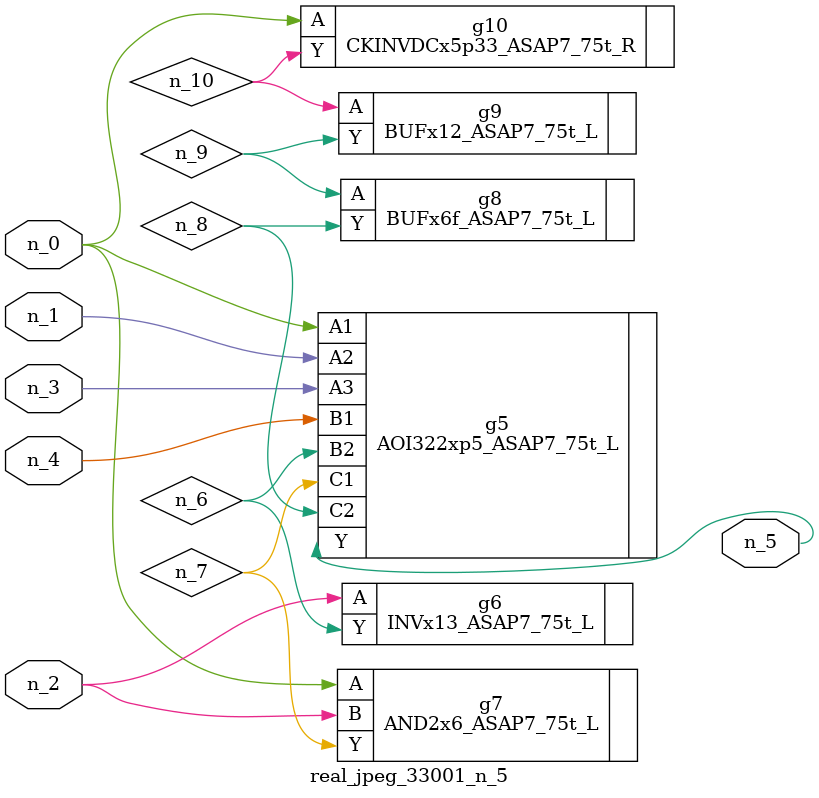
<source format=v>
module real_jpeg_33001_n_5 (n_4, n_0, n_1, n_2, n_3, n_5);

input n_4;
input n_0;
input n_1;
input n_2;
input n_3;

output n_5;

wire n_8;
wire n_6;
wire n_7;
wire n_10;
wire n_9;

AOI322xp5_ASAP7_75t_L g5 ( 
.A1(n_0),
.A2(n_1),
.A3(n_3),
.B1(n_4),
.B2(n_6),
.C1(n_7),
.C2(n_8),
.Y(n_5)
);

AND2x6_ASAP7_75t_L g7 ( 
.A(n_0),
.B(n_2),
.Y(n_7)
);

CKINVDCx5p33_ASAP7_75t_R g10 ( 
.A(n_0),
.Y(n_10)
);

INVx13_ASAP7_75t_L g6 ( 
.A(n_2),
.Y(n_6)
);

BUFx6f_ASAP7_75t_L g8 ( 
.A(n_9),
.Y(n_8)
);

BUFx12_ASAP7_75t_L g9 ( 
.A(n_10),
.Y(n_9)
);


endmodule
</source>
